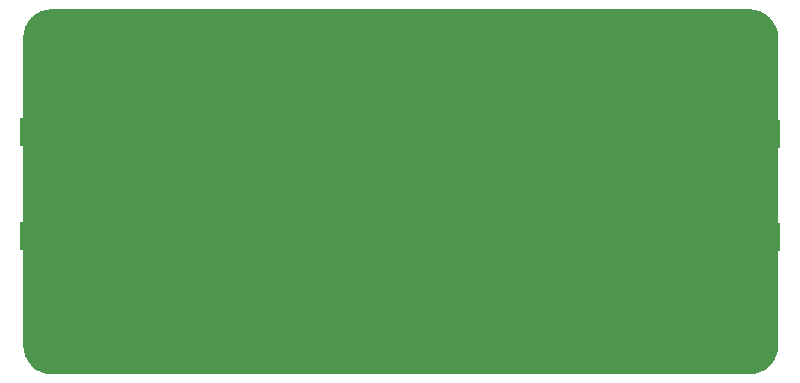
<source format=gbr>
G04 #@! TF.GenerationSoftware,KiCad,Pcbnew,5.1.2-f72e74a~84~ubuntu18.04.1*
G04 #@! TF.CreationDate,2019-07-13T09:23:27-04:00*
G04 #@! TF.ProjectId,iss-lna,6973732d-6c6e-4612-9e6b-696361645f70,rev?*
G04 #@! TF.SameCoordinates,Original*
G04 #@! TF.FileFunction,Copper,L2,Bot*
G04 #@! TF.FilePolarity,Positive*
%FSLAX46Y46*%
G04 Gerber Fmt 4.6, Leading zero omitted, Abs format (unit mm)*
G04 Created by KiCad (PCBNEW 5.1.2-f72e74a~84~ubuntu18.04.1) date 2019-07-13 09:23:27*
%MOMM*%
%LPD*%
G04 APERTURE LIST*
%ADD10C,5.500000*%
%ADD11C,0.965200*%
%ADD12R,4.830000X2.413000*%
%ADD13C,0.690000*%
%ADD14C,0.849200*%
%ADD15C,0.250000*%
%ADD16C,0.254000*%
G04 APERTURE END LIST*
D10*
X140000000Y-70000000D03*
X140000000Y-46000000D03*
X83000000Y-70000000D03*
X83000000Y-46000000D03*
D11*
X137996000Y-53118500D03*
X137996000Y-61881500D03*
D12*
X141315000Y-53118500D03*
X141300000Y-61881500D03*
D11*
X84969000Y-61771500D03*
X84969000Y-53008500D03*
D12*
X81650000Y-61771500D03*
X81665000Y-53008500D03*
D13*
X135000000Y-52500000D03*
X86660000Y-59280000D03*
X88250000Y-55750000D03*
X87000000Y-55500000D03*
X85000000Y-54500000D03*
X138250000Y-54250000D03*
X137750000Y-60250000D03*
X135750000Y-59250000D03*
X133750000Y-58750000D03*
X136000000Y-55500000D03*
X133500000Y-56250000D03*
X85410000Y-60290000D03*
X121700000Y-54825000D03*
X117550057Y-58446410D03*
X113210000Y-58460000D03*
X120600000Y-59725000D03*
X122300000Y-59925000D03*
X123350000Y-59925000D03*
X122875000Y-54725000D03*
X127150000Y-55725000D03*
X130050000Y-55750000D03*
X114575000Y-54250000D03*
X113225000Y-55600000D03*
X114175000Y-55650000D03*
X118900000Y-54275000D03*
X107975000Y-59875000D03*
X109250000Y-59925000D03*
X108275000Y-54400000D03*
X109375000Y-54625000D03*
X104050000Y-55575000D03*
X101050000Y-55675000D03*
X97100000Y-55525000D03*
X94425000Y-55525000D03*
X91600000Y-55450000D03*
X102850000Y-63650000D03*
X104250000Y-63650000D03*
X102875000Y-68825000D03*
X104300000Y-68825000D03*
X96125000Y-68900000D03*
X97525000Y-68975000D03*
X96500000Y-63350000D03*
X97750000Y-63475000D03*
X100650000Y-63300000D03*
X119975000Y-63250000D03*
X118025000Y-62725000D03*
X117950000Y-63575000D03*
X90280000Y-58450000D03*
X91500000Y-58500000D03*
X93500000Y-58500000D03*
X95500000Y-58500000D03*
X97500000Y-58500000D03*
X99500000Y-58500000D03*
X101500000Y-58500000D03*
X103500000Y-58500000D03*
X105500000Y-58500000D03*
X107500000Y-58500000D03*
X110000000Y-58500000D03*
X106000000Y-56000000D03*
X107000000Y-56000000D03*
X104980000Y-56410000D03*
X103000000Y-56400000D03*
X102000000Y-56430000D03*
X100000000Y-56000000D03*
X99000000Y-56420000D03*
X98000000Y-56000000D03*
X96000000Y-56000000D03*
X93500000Y-56000000D03*
X92500000Y-56250000D03*
X89750000Y-55750000D03*
X89750000Y-55750000D03*
X110500000Y-59500000D03*
X112000000Y-60500000D03*
X114000000Y-60750000D03*
X116000000Y-60750000D03*
X114803590Y-58446410D03*
X116053590Y-58446410D03*
X112150000Y-55600000D03*
X124500000Y-58500000D03*
X126500000Y-58500000D03*
X128750000Y-58500000D03*
X128250000Y-56250000D03*
X129250000Y-56250000D03*
X131250000Y-56250000D03*
X132250000Y-56250000D03*
X126250000Y-56500000D03*
X124500000Y-56250000D03*
X88275000Y-58775000D03*
X90000000Y-52500000D03*
X95000000Y-52500000D03*
X100000000Y-52500000D03*
X105000000Y-52500000D03*
X110000000Y-52500000D03*
X115000000Y-52500000D03*
X120000000Y-52500000D03*
X125000000Y-52500000D03*
X130000000Y-52500000D03*
X90000000Y-47500000D03*
X95000000Y-47500000D03*
X100000000Y-47500000D03*
X105000000Y-47500000D03*
X110000000Y-47500000D03*
X115000000Y-47500000D03*
X120000000Y-47500000D03*
X125000000Y-47500000D03*
X130000000Y-47500000D03*
X135000000Y-47500000D03*
X90000000Y-62500000D03*
X90000000Y-67500000D03*
X80000000Y-67500000D03*
X90000000Y-72500000D03*
X95000000Y-72500000D03*
X95000000Y-67500000D03*
X95000000Y-62500000D03*
X100000000Y-62500000D03*
X105200000Y-62700000D03*
X100000000Y-72500000D03*
X100000000Y-67500000D03*
X105000000Y-72500000D03*
X110000000Y-72500000D03*
X110000000Y-67500000D03*
X110000000Y-62500000D03*
X115000000Y-67500000D03*
X115000000Y-72500000D03*
X115000000Y-72500000D03*
X120000000Y-72500000D03*
X120000000Y-67500000D03*
X125000000Y-67500000D03*
X130000000Y-67500000D03*
X125000000Y-72500000D03*
X130000000Y-72500000D03*
X135000000Y-72500000D03*
X135000000Y-67500000D03*
X101300000Y-67420000D03*
X125000000Y-61000000D03*
X128000000Y-61000000D03*
X110800000Y-56400000D03*
X111800000Y-56400000D03*
X118600000Y-56200000D03*
X119848233Y-56148233D03*
D14*
X121700000Y-54825000D02*
X121171467Y-54825000D01*
X117550057Y-58446410D02*
X116053590Y-58446410D01*
X113391810Y-58446410D02*
X113225000Y-58279600D01*
X122875000Y-54725000D02*
X126150000Y-54725000D01*
X126150000Y-54725000D02*
X127150000Y-55725000D01*
X126150000Y-54725000D02*
X129025000Y-54725000D01*
X129025000Y-54725000D02*
X130050000Y-55750000D01*
X113225000Y-58279600D02*
X113225000Y-55600000D01*
X113900000Y-54925000D02*
X113900000Y-55375000D01*
X113900000Y-55375000D02*
X114175000Y-55650000D01*
X113225000Y-55600000D02*
X113900000Y-54925000D01*
X113900000Y-54925000D02*
X114575000Y-54250000D01*
X119973234Y-55348234D02*
X118900000Y-54275000D01*
X121171467Y-54825000D02*
X120648234Y-55348234D01*
X120648234Y-55348234D02*
X119973234Y-55348234D01*
X120648234Y-55348234D02*
X119848233Y-56148233D01*
X108275000Y-54500000D02*
X105125000Y-54500000D01*
X105125000Y-54500000D02*
X104050000Y-55575000D01*
X105125000Y-54500000D02*
X102225000Y-54500000D01*
X102225000Y-54500000D02*
X101050000Y-55675000D01*
X102225000Y-54500000D02*
X98125000Y-54500000D01*
X98125000Y-54500000D02*
X97100000Y-55525000D01*
X98125000Y-54500000D02*
X95450000Y-54500000D01*
X95450000Y-54500000D02*
X94425000Y-55525000D01*
X95450000Y-54500000D02*
X92550000Y-54500000D01*
X97750000Y-63475000D02*
X100475000Y-63475000D01*
X100475000Y-63475000D02*
X100650000Y-63300000D01*
X110350000Y-55600000D02*
X109375000Y-54625000D01*
X113225000Y-55600000D02*
X112150000Y-55600000D01*
D15*
X117950000Y-62800000D02*
X118025000Y-62725000D01*
X117950000Y-63575000D02*
X117950000Y-62800000D01*
X118550000Y-63250000D02*
X118025000Y-62725000D01*
X119975000Y-63250000D02*
X118550000Y-63250000D01*
X119975000Y-60350000D02*
X120600000Y-59725000D01*
X119975000Y-63250000D02*
X119975000Y-60350000D01*
X122100000Y-59725000D02*
X122300000Y-59925000D01*
X120600000Y-59725000D02*
X122100000Y-59725000D01*
X118828647Y-59725000D02*
X117550057Y-58446410D01*
X120600000Y-59725000D02*
X118828647Y-59725000D01*
X107925000Y-59875000D02*
X107975000Y-59875000D01*
X104250000Y-63650000D02*
X105200000Y-62700000D01*
X107975000Y-56025000D02*
X109375000Y-54625000D01*
X107975000Y-59875000D02*
X107975000Y-56025000D01*
X102500000Y-63300000D02*
X102850000Y-63650000D01*
X100650000Y-63300000D02*
X102500000Y-63300000D01*
X104300000Y-63700000D02*
X104250000Y-63650000D01*
X104300000Y-68825000D02*
X104300000Y-63700000D01*
X97525000Y-63700000D02*
X97750000Y-63475000D01*
X97525000Y-68975000D02*
X97525000Y-63700000D01*
X134696000Y-61881500D02*
X138000000Y-61881500D01*
X134696000Y-60396000D02*
X130050000Y-55750000D01*
X134696000Y-61881500D02*
X134696000Y-60396000D01*
D14*
X89168500Y-53018500D02*
X91600000Y-55450000D01*
X81600000Y-53018500D02*
X89168500Y-53018500D01*
X85268500Y-61781500D02*
X88275000Y-58775000D01*
X81585000Y-61781500D02*
X85268500Y-61781500D01*
X92550000Y-54500000D02*
X92050000Y-55000000D01*
X92050000Y-55000000D02*
X91600000Y-55450000D01*
X114803590Y-58446410D02*
X113391810Y-58446410D01*
X116053590Y-58446410D02*
X114803590Y-58446410D01*
X112150000Y-55600000D02*
X110350000Y-55600000D01*
X88275000Y-58775000D02*
X92050000Y-55000000D01*
D15*
X105200000Y-62700000D02*
X107925000Y-59975000D01*
D14*
X119848233Y-56148233D02*
X117550057Y-58446410D01*
D16*
G36*
X141453893Y-42707670D02*
G01*
X141890498Y-42839489D01*
X142293185Y-43053600D01*
X142646612Y-43341848D01*
X142937327Y-43693261D01*
X143154242Y-44094439D01*
X143289106Y-44530113D01*
X143340001Y-45014353D01*
X143340000Y-70967721D01*
X143292330Y-71453894D01*
X143160512Y-71890497D01*
X142946399Y-72293186D01*
X142658150Y-72646613D01*
X142306739Y-72937327D01*
X141905564Y-73154240D01*
X141469886Y-73289106D01*
X140985664Y-73340000D01*
X82032279Y-73340000D01*
X81546106Y-73292330D01*
X81109503Y-73160512D01*
X80706814Y-72946399D01*
X80353387Y-72658150D01*
X80062673Y-72306739D01*
X79845760Y-71905564D01*
X79710894Y-71469886D01*
X79660000Y-70985664D01*
X79660000Y-45032279D01*
X79707670Y-44546107D01*
X79839489Y-44109502D01*
X80053600Y-43706815D01*
X80341848Y-43353388D01*
X80693261Y-43062673D01*
X81094439Y-42845758D01*
X81530113Y-42710894D01*
X82014344Y-42660000D01*
X140967721Y-42660000D01*
X141453893Y-42707670D01*
X141453893Y-42707670D01*
G37*
X141453893Y-42707670D02*
X141890498Y-42839489D01*
X142293185Y-43053600D01*
X142646612Y-43341848D01*
X142937327Y-43693261D01*
X143154242Y-44094439D01*
X143289106Y-44530113D01*
X143340001Y-45014353D01*
X143340000Y-70967721D01*
X143292330Y-71453894D01*
X143160512Y-71890497D01*
X142946399Y-72293186D01*
X142658150Y-72646613D01*
X142306739Y-72937327D01*
X141905564Y-73154240D01*
X141469886Y-73289106D01*
X140985664Y-73340000D01*
X82032279Y-73340000D01*
X81546106Y-73292330D01*
X81109503Y-73160512D01*
X80706814Y-72946399D01*
X80353387Y-72658150D01*
X80062673Y-72306739D01*
X79845760Y-71905564D01*
X79710894Y-71469886D01*
X79660000Y-70985664D01*
X79660000Y-45032279D01*
X79707670Y-44546107D01*
X79839489Y-44109502D01*
X80053600Y-43706815D01*
X80341848Y-43353388D01*
X80693261Y-43062673D01*
X81094439Y-42845758D01*
X81530113Y-42710894D01*
X82014344Y-42660000D01*
X140967721Y-42660000D01*
X141453893Y-42707670D01*
M02*

</source>
